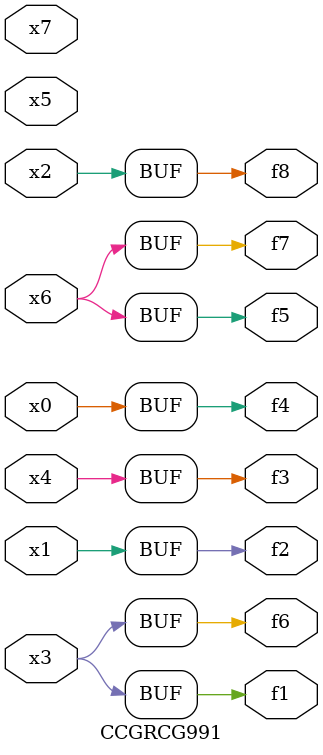
<source format=v>
module CCGRCG991(
	input x0, x1, x2, x3, x4, x5, x6, x7,
	output f1, f2, f3, f4, f5, f6, f7, f8
);
	assign f1 = x3;
	assign f2 = x1;
	assign f3 = x4;
	assign f4 = x0;
	assign f5 = x6;
	assign f6 = x3;
	assign f7 = x6;
	assign f8 = x2;
endmodule

</source>
